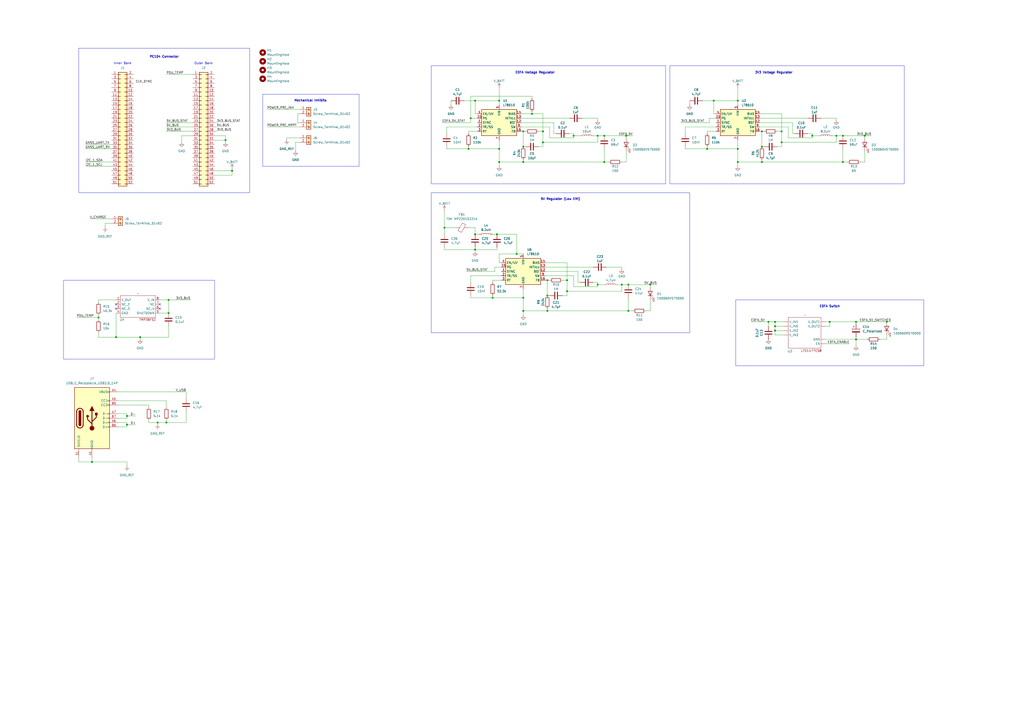
<source format=kicad_sch>
(kicad_sch (version 20231120) (generator "eeschema") (generator_version "8.0")
  (paper "A2")
  (junction (at 314.96 76.2))
  (junction (at 496.57 196.85))
  (junction (at 91.44 245.11))
  (junction (at 364.49 180.34))
  (junction (at 488.95 78.74))
  (junction (at 271.78 86.36))
  (junction (at 481.33 186.69))
  (junction (at 441.96 85.09))
  (junction (at 377.19 165.1))
  (junction (at 441.96 76.2))
  (junction (at 303.53 172.72))
  (junction (at 134.62 99.06))
  (junction (at 360.68 165.1))
  (junction (at 317.5 162.56))
  (junction (at 57.15 184.15))
  (junction (at 273.05 68.58))
  (junction (at 501.65 78.74))
  (junction (at 427.99 93.98))
  (junction (at 514.35 186.69))
  (junction (at 97.79 173.99))
  (junction (at 97.79 181.61))
  (junction (at 289.56 93.98))
  (junction (at 275.59 58.42))
  (junction (at 471.17 78.74))
  (junction (at 308.61 66.04))
  (junction (at 449.58 191.77))
  (junction (at 488.95 93.98))
  (junction (at 346.71 78.74))
  (junction (at 328.93 162.56))
  (junction (at 410.21 86.36))
  (junction (at 275.59 135.89))
  (junction (at 427.99 86.36))
  (junction (at 288.29 135.89))
  (junction (at 53.34 267.97))
  (junction (at 275.59 144.78))
  (junction (at 303.53 180.34))
  (junction (at 73.66 246.38))
  (junction (at 289.56 58.42))
  (junction (at 314.96 82.55))
  (junction (at 285.75 172.72))
  (junction (at 81.28 195.58))
  (junction (at 449.58 186.69))
  (junction (at 67.31 195.58))
  (junction (at 96.52 245.11))
  (junction (at 364.49 165.1))
  (junction (at 350.52 93.98))
  (junction (at 453.39 76.2))
  (junction (at 346.71 165.1))
  (junction (at 414.02 58.42))
  (junction (at 485.14 78.74))
  (junction (at 445.77 186.69))
  (junction (at 317.5 171.45))
  (junction (at 427.99 58.42))
  (junction (at 332.74 78.74))
  (junction (at 317.5 180.34))
  (junction (at 441.96 93.98))
  (junction (at 363.22 78.74))
  (junction (at 303.53 85.09))
  (junction (at 350.52 78.74))
  (junction (at 328.93 168.91))
  (junction (at 303.53 93.98))
  (junction (at 449.58 189.23))
  (junction (at 453.39 82.55))
  (junction (at 496.57 186.69))
  (junction (at 73.66 241.3))
  (junction (at 299.72 147.32))
  (junction (at 130.81 81.28))
  (junction (at 303.53 76.2))
  (junction (at 257.81 132.08))
  (junction (at 289.56 86.36))
  (no_connect (at 92.71 179.07))
  (no_connect (at 92.71 176.53))
  (no_connect (at 67.31 179.07))
  (no_connect (at 67.31 176.53))
  (wire (pts (xy 285.75 162.56) (xy 285.75 163.83)))
  (wire (pts (xy 312.42 85.09) (xy 314.96 85.09)))
  (wire (pts (xy 130.81 78.74) (xy 130.81 81.28)))
  (wire (pts (xy 257.81 132.08) (xy 257.81 135.89)))
  (wire (pts (xy 407.67 58.42) (xy 414.02 58.42)))
  (wire (pts (xy 73.66 241.3) (xy 73.66 242.57)))
  (wire (pts (xy 303.53 92.71) (xy 303.53 93.98)))
  (wire (pts (xy 364.49 180.34) (xy 364.49 172.72)))
  (wire (pts (xy 289.56 152.4) (xy 289.56 147.32)))
  (wire (pts (xy 299.72 147.32) (xy 299.72 135.89)))
  (wire (pts (xy 57.15 175.26) (xy 57.15 173.99)))
  (wire (pts (xy 302.26 73.66) (xy 318.77 73.66)))
  (wire (pts (xy 400.05 58.42) (xy 400.05 60.96)))
  (wire (pts (xy 344.17 78.74) (xy 346.71 78.74)))
  (wire (pts (xy 303.53 85.09) (xy 304.8 85.09)))
  (wire (pts (xy 173.99 80.01) (xy 166.37 80.01)))
  (wire (pts (xy 364.49 180.34) (xy 367.03 180.34)))
  (wire (pts (xy 414.02 58.42) (xy 427.99 58.42)))
  (wire (pts (xy 328.93 168.91) (xy 360.68 168.91)))
  (wire (pts (xy 449.58 186.69) (xy 449.58 189.23)))
  (wire (pts (xy 96.52 43.18) (xy 111.76 43.18)))
  (wire (pts (xy 346.71 82.55) (xy 346.71 78.74)))
  (wire (pts (xy 414.02 66.04) (xy 415.29 66.04)))
  (wire (pts (xy 481.33 189.23) (xy 481.33 186.69)))
  (wire (pts (xy 96.52 73.66) (xy 111.76 73.66)))
  (wire (pts (xy 449.58 191.77) (xy 449.58 194.31)))
  (wire (pts (xy 53.34 265.43) (xy 53.34 267.97)))
  (wire (pts (xy 449.58 186.69) (xy 454.66 186.69)))
  (wire (pts (xy 459.74 77.47) (xy 461.01 77.47)))
  (wire (pts (xy 314.96 66.04) (xy 314.96 76.2)))
  (wire (pts (xy 257.81 132.08) (xy 264.16 132.08)))
  (wire (pts (xy 273.05 68.58) (xy 276.86 68.58)))
  (wire (pts (xy 259.08 86.36) (xy 271.78 86.36)))
  (wire (pts (xy 86.36 245.11) (xy 91.44 245.11)))
  (wire (pts (xy 440.69 73.66) (xy 457.2 73.66)))
  (wire (pts (xy 377.19 165.1) (xy 381 165.1)))
  (wire (pts (xy 501.65 78.74) (xy 505.46 78.74)))
  (wire (pts (xy 273.05 160.02) (xy 273.05 163.83)))
  (wire (pts (xy 276.86 73.66) (xy 259.08 73.66)))
  (wire (pts (xy 350.52 78.74) (xy 363.22 78.74)))
  (wire (pts (xy 68.58 227.33) (xy 107.95 227.33)))
  (wire (pts (xy 453.39 85.09) (xy 453.39 82.55)))
  (wire (pts (xy 124.46 81.28) (xy 130.81 81.28)))
  (wire (pts (xy 257.81 144.78) (xy 275.59 144.78)))
  (wire (pts (xy 312.42 76.2) (xy 314.96 76.2)))
  (wire (pts (xy 289.56 86.36) (xy 289.56 93.98)))
  (wire (pts (xy 154.94 73.66) (xy 173.99 73.66)))
  (wire (pts (xy 73.66 246.38) (xy 78.74 246.38)))
  (wire (pts (xy 453.39 66.04) (xy 453.39 76.2)))
  (wire (pts (xy 60.96 129.54) (xy 60.96 132.08)))
  (wire (pts (xy 415.29 73.66) (xy 397.51 73.66)))
  (wire (pts (xy 171.45 82.55) (xy 171.45 87.63)))
  (wire (pts (xy 96.52 245.11) (xy 96.52 243.84)))
  (wire (pts (xy 441.96 93.98) (xy 488.95 93.98)))
  (wire (pts (xy 275.59 66.04) (xy 276.86 66.04)))
  (wire (pts (xy 316.23 154.94) (xy 344.17 154.94)))
  (wire (pts (xy 471.17 78.74) (xy 474.98 78.74)))
  (wire (pts (xy 57.15 195.58) (xy 67.31 195.58)))
  (wire (pts (xy 261.62 58.42) (xy 261.62 60.96)))
  (wire (pts (xy 501.65 78.74) (xy 501.65 80.01)))
  (wire (pts (xy 124.46 73.66) (xy 125.73 73.66)))
  (wire (pts (xy 289.56 96.52) (xy 289.56 93.98)))
  (wire (pts (xy 414.02 58.42) (xy 414.02 66.04)))
  (wire (pts (xy 496.57 195.58) (xy 496.57 196.85)))
  (wire (pts (xy 57.15 182.88) (xy 57.15 184.15)))
  (wire (pts (xy 275.59 144.78) (xy 288.29 144.78)))
  (wire (pts (xy 350.52 93.98) (xy 350.52 86.36)))
  (wire (pts (xy 415.29 76.2) (xy 410.21 76.2)))
  (wire (pts (xy 485.14 78.74) (xy 488.95 78.74)))
  (wire (pts (xy 346.71 68.58) (xy 346.71 69.85)))
  (wire (pts (xy 335.28 163.83) (xy 336.55 163.83)))
  (wire (pts (xy 271.78 85.09) (xy 271.78 86.36)))
  (wire (pts (xy 427.99 50.8) (xy 427.99 58.42)))
  (wire (pts (xy 289.56 81.28) (xy 289.56 86.36)))
  (wire (pts (xy 73.66 242.57) (xy 68.58 242.57)))
  (wire (pts (xy 287.02 157.48) (xy 287.02 154.94)))
  (wire (pts (xy 363.22 93.98) (xy 363.22 87.63)))
  (wire (pts (xy 68.58 240.03) (xy 73.66 240.03)))
  (wire (pts (xy 124.46 99.06) (xy 134.62 99.06)))
  (wire (pts (xy 49.53 86.36) (xy 64.77 86.36)))
  (wire (pts (xy 285.75 171.45) (xy 285.75 172.72)))
  (wire (pts (xy 317.5 162.56) (xy 318.77 162.56)))
  (wire (pts (xy 52.07 127) (xy 64.77 127)))
  (wire (pts (xy 45.72 265.43) (xy 45.72 267.97)))
  (wire (pts (xy 73.66 245.11) (xy 73.66 246.38)))
  (wire (pts (xy 97.79 173.99) (xy 110.49 173.99)))
  (wire (pts (xy 377.19 173.99) (xy 377.19 180.34)))
  (wire (pts (xy 49.53 93.98) (xy 64.77 93.98)))
  (wire (pts (xy 303.53 182.88) (xy 303.53 180.34)))
  (wire (pts (xy 67.31 181.61) (xy 67.31 195.58)))
  (wire (pts (xy 275.59 144.78) (xy 275.59 146.05)))
  (wire (pts (xy 454.66 194.31) (xy 449.58 194.31)))
  (wire (pts (xy 496.57 196.85) (xy 496.57 200.66)))
  (wire (pts (xy 358.14 165.1) (xy 360.68 165.1)))
  (wire (pts (xy 482.6 78.74) (xy 485.14 78.74)))
  (wire (pts (xy 397.51 86.36) (xy 410.21 86.36)))
  (wire (pts (xy 363.22 78.74) (xy 367.03 78.74)))
  (wire (pts (xy 496.57 186.69) (xy 514.35 186.69)))
  (wire (pts (xy 427.99 81.28) (xy 427.99 86.36)))
  (wire (pts (xy 67.31 195.58) (xy 81.28 195.58)))
  (wire (pts (xy 275.59 143.51) (xy 275.59 144.78)))
  (wire (pts (xy 288.29 135.89) (xy 299.72 135.89)))
  (wire (pts (xy 332.74 160.02) (xy 332.74 166.37)))
  (wire (pts (xy 441.96 76.2) (xy 443.23 76.2)))
  (wire (pts (xy 453.39 82.55) (xy 485.14 82.55)))
  (wire (pts (xy 273.05 55.88) (xy 273.05 68.58)))
  (wire (pts (xy 471.17 77.47) (xy 471.17 78.74)))
  (wire (pts (xy 317.5 179.07) (xy 317.5 180.34)))
  (wire (pts (xy 377.19 180.34) (xy 374.65 180.34)))
  (wire (pts (xy 172.72 66.04) (xy 173.99 66.04)))
  (wire (pts (xy 302.26 68.58) (xy 330.2 68.58)))
  (wire (pts (xy 257.81 121.92) (xy 257.81 132.08)))
  (wire (pts (xy 394.97 71.12) (xy 411.48 71.12)))
  (wire (pts (xy 410.21 85.09) (xy 410.21 86.36)))
  (wire (pts (xy 346.71 163.83) (xy 344.17 163.83)))
  (wire (pts (xy 454.66 191.77) (xy 449.58 191.77)))
  (wire (pts (xy 96.52 76.2) (xy 111.76 76.2)))
  (wire (pts (xy 173.99 71.12) (xy 172.72 71.12)))
  (wire (pts (xy 441.96 92.71) (xy 441.96 93.98)))
  (wire (pts (xy 440.69 68.58) (xy 468.63 68.58)))
  (wire (pts (xy 97.79 189.23) (xy 97.79 195.58)))
  (wire (pts (xy 275.59 132.08) (xy 275.59 135.89)))
  (wire (pts (xy 308.61 55.88) (xy 308.61 57.15)))
  (wire (pts (xy 332.74 78.74) (xy 336.55 78.74)))
  (wire (pts (xy 73.66 241.3) (xy 78.74 241.3)))
  (wire (pts (xy 154.94 63.5) (xy 173.99 63.5)))
  (wire (pts (xy 92.71 173.99) (xy 97.79 173.99)))
  (wire (pts (xy 285.75 172.72) (xy 303.53 172.72)))
  (wire (pts (xy 427.99 96.52) (xy 427.99 93.98)))
  (wire (pts (xy 328.93 162.56) (xy 328.93 168.91)))
  (wire (pts (xy 275.59 58.42) (xy 275.59 66.04)))
  (wire (pts (xy 478.79 186.69) (xy 481.33 186.69)))
  (wire (pts (xy 96.52 232.41) (xy 96.52 236.22)))
  (wire (pts (xy 411.48 68.58) (xy 415.29 68.58)))
  (wire (pts (xy 303.53 93.98) (xy 350.52 93.98)))
  (wire (pts (xy 450.85 76.2) (xy 453.39 76.2)))
  (wire (pts (xy 290.83 160.02) (xy 273.05 160.02)))
  (wire (pts (xy 308.61 64.77) (xy 308.61 66.04)))
  (wire (pts (xy 45.72 267.97) (xy 53.34 267.97)))
  (wire (pts (xy 302.26 66.04) (xy 308.61 66.04)))
  (wire (pts (xy 335.28 163.83) (xy 335.28 157.48)))
  (wire (pts (xy 86.36 243.84) (xy 86.36 245.11)))
  (wire (pts (xy 459.74 71.12) (xy 440.69 71.12)))
  (wire (pts (xy 303.53 76.2) (xy 303.53 85.09)))
  (wire (pts (xy 68.58 245.11) (xy 73.66 245.11)))
  (wire (pts (xy 68.58 232.41) (xy 96.52 232.41)))
  (wire (pts (xy 73.66 247.65) (xy 68.58 247.65)))
  (wire (pts (xy 496.57 196.85) (xy 502.92 196.85)))
  (wire (pts (xy 314.96 85.09) (xy 314.96 82.55)))
  (wire (pts (xy 321.31 77.47) (xy 322.58 77.47)))
  (wire (pts (xy 459.74 77.47) (xy 459.74 71.12)))
  (wire (pts (xy 92.71 181.61) (xy 97.79 181.61)))
  (wire (pts (xy 57.15 184.15) (xy 57.15 185.42)))
  (wire (pts (xy 273.05 172.72) (xy 285.75 172.72)))
  (wire (pts (xy 440.69 76.2) (xy 441.96 76.2)))
  (wire (pts (xy 488.95 93.98) (xy 488.95 86.36)))
  (wire (pts (xy 96.52 71.12) (xy 111.76 71.12)))
  (wire (pts (xy 303.53 172.72) (xy 303.53 180.34)))
  (wire (pts (xy 471.17 78.74) (xy 471.17 80.01)))
  (wire (pts (xy 488.95 78.74) (xy 501.65 78.74)))
  (wire (pts (xy 308.61 55.88) (xy 273.05 55.88)))
  (wire (pts (xy 275.59 135.89) (xy 278.13 135.89)))
  (wire (pts (xy 273.05 171.45) (xy 273.05 172.72)))
  (wire (pts (xy 427.99 58.42) (xy 427.99 60.96)))
  (wire (pts (xy 299.72 147.32) (xy 303.53 147.32)))
  (wire (pts (xy 289.56 152.4) (xy 290.83 152.4)))
  (wire (pts (xy 457.2 80.01) (xy 471.17 80.01)))
  (wire (pts (xy 275.59 58.42) (xy 289.56 58.42)))
  (wire (pts (xy 441.96 85.09) (xy 443.23 85.09)))
  (wire (pts (xy 337.82 68.58) (xy 346.71 68.58)))
  (wire (pts (xy 57.15 173.99) (xy 67.31 173.99)))
  (wire (pts (xy 478.79 199.39) (xy 492.76 199.39)))
  (wire (pts (xy 449.58 189.23) (xy 449.58 191.77)))
  (wire (pts (xy 316.23 152.4) (xy 328.93 152.4)))
  (wire (pts (xy 81.28 195.58) (xy 81.28 196.85)))
  (wire (pts (xy 496.57 186.69) (xy 496.57 187.96)))
  (wire (pts (xy 130.81 81.28) (xy 130.81 82.55)))
  (wire (pts (xy 316.23 160.02) (xy 332.74 160.02)))
  (wire (pts (xy 397.51 85.09) (xy 397.51 86.36)))
  (wire (pts (xy 316.23 162.56) (xy 317.5 162.56)))
  (wire (pts (xy 445.77 189.23) (xy 445.77 186.69)))
  (wire (pts (xy 81.28 195.58) (xy 97.79 195.58)))
  (wire (pts (xy 314.96 82.55) (xy 346.71 82.55)))
  (wire (pts (xy 510.54 196.85) (xy 514.35 196.85)))
  (wire (pts (xy 317.5 180.34) (xy 364.49 180.34)))
  (wire (pts (xy 514.35 196.85) (xy 514.35 194.31)))
  (wire (pts (xy 346.71 165.1) (xy 350.52 165.1)))
  (wire (pts (xy 363.22 78.74) (xy 363.22 80.01)))
  (wire (pts (xy 514.35 186.69) (xy 516.89 186.69)))
  (wire (pts (xy 499.11 93.98) (xy 501.65 93.98)))
  (wire (pts (xy 411.48 71.12) (xy 411.48 68.58)))
  (wire (pts (xy 445.77 186.69) (xy 449.58 186.69)))
  (wire (pts (xy 288.29 144.78) (xy 288.29 143.51)))
  (wire (pts (xy 346.71 165.1) (xy 346.71 166.37)))
  (wire (pts (xy 332.74 166.37) (xy 346.71 166.37)))
  (wire (pts (xy 97.79 173.99) (xy 97.79 181.61)))
  (wire (pts (xy 64.77 129.54) (xy 60.96 129.54)))
  (wire (pts (xy 308.61 66.04) (xy 314.96 66.04)))
  (wire (pts (xy 303.53 76.2) (xy 304.8 76.2)))
  (wire (pts (xy 471.17 77.47) (xy 468.63 77.47)))
  (wire (pts (xy 450.85 85.09) (xy 453.39 85.09)))
  (wire (pts (xy 273.05 71.12) (xy 273.05 68.58)))
  (wire (pts (xy 481.33 186.69) (xy 496.57 186.69)))
  (wire (pts (xy 360.68 165.1) (xy 364.49 165.1)))
  (wire (pts (xy 271.78 76.2) (xy 271.78 77.47)))
  (wire (pts (xy 303.53 167.64) (xy 303.53 172.72)))
  (wire (pts (xy 134.62 101.6) (xy 134.62 99.06)))
  (wire (pts (xy 427.99 93.98) (xy 441.96 93.98)))
  (wire (pts (xy 501.65 93.98) (xy 501.65 87.63)))
  (wire (pts (xy 332.74 77.47) (xy 330.2 77.47)))
  (wire (pts (xy 124.46 71.12) (xy 125.73 71.12)))
  (wire (pts (xy 397.51 73.66) (xy 397.51 77.47)))
  (wire (pts (xy 485.14 82.55) (xy 485.14 78.74)))
  (wire (pts (xy 53.34 267.97) (xy 73.66 267.97)))
  (wire (pts (xy 302.26 76.2) (xy 303.53 76.2)))
  (wire (pts (xy 360.68 154.94) (xy 360.68 156.21)))
  (wire (pts (xy 259.08 85.09) (xy 259.08 86.36)))
  (wire (pts (xy 172.72 71.12) (xy 172.72 66.04)))
  (wire (pts (xy 485.14 68.58) (xy 485.14 69.85)))
  (wire (pts (xy 107.95 245.11) (xy 107.95 238.76)))
  (wire (pts (xy 73.66 240.03) (xy 73.66 241.3)))
  (wire (pts (xy 285.75 135.89) (xy 288.29 135.89)))
  (wire (pts (xy 332.74 78.74) (xy 332.74 80.01)))
  (wire (pts (xy 453.39 76.2) (xy 453.39 82.55)))
  (wire (pts (xy 134.62 99.06) (xy 134.62 97.79)))
  (wire (pts (xy 314.96 76.2) (xy 314.96 82.55)))
  (wire (pts (xy 346.71 78.74) (xy 350.52 78.74)))
  (wire (pts (xy 91.44 245.11) (xy 91.44 246.38)))
  (wire (pts (xy 351.79 154.94) (xy 360.68 154.94)))
  (wire (pts (xy 478.79 196.85) (xy 496.57 196.85)))
  (wire (pts (xy 326.39 162.56) (xy 328.93 162.56)))
  (wire (pts (xy 289.56 50.8) (xy 289.56 58.42)))
  (wire (pts (xy 86.36 234.95) (xy 86.36 236.22)))
  (wire (pts (xy 49.53 96.52) (xy 64.77 96.52)))
  (wire (pts (xy 270.51 157.48) (xy 287.02 157.48)))
  (wire (pts (xy 350.52 93.98) (xy 353.06 93.98)))
  (wire (pts (xy 173.99 82.55) (xy 171.45 82.55)))
  (wire (pts (xy 321.31 77.47) (xy 321.31 71.12)))
  (wire (pts (xy 427.99 86.36) (xy 427.99 93.98)))
  (wire (pts (xy 410.21 76.2) (xy 410.21 77.47)))
  (wire (pts (xy 476.25 68.58) (xy 485.14 68.58)))
  (wire (pts (xy 318.77 80.01) (xy 332.74 80.01)))
  (wire (pts (xy 271.78 86.36) (xy 289.56 86.36)))
  (wire (pts (xy 68.58 234.95) (xy 86.36 234.95)))
  (wire (pts (xy 124.46 78.74) (xy 130.81 78.74)))
  (wire (pts (xy 276.86 76.2) (xy 271.78 76.2)))
  (wire (pts (xy 96.52 245.11) (xy 107.95 245.11)))
  (wire (pts (xy 328.93 152.4) (xy 328.93 162.56)))
  (wire (pts (xy 326.39 171.45) (xy 328.93 171.45)))
  (wire (pts (xy 166.37 80.01) (xy 166.37 81.28)))
  (wire (pts (xy 318.77 73.66) (xy 318.77 80.01)))
  (wire (pts (xy 105.41 78.74) (xy 105.41 82.55)))
  (wire (pts (xy 73.66 246.38) (xy 73.66 247.65)))
  (wire (pts (xy 290.83 162.56) (xy 285.75 162.56)))
  (wire (pts (xy 321.31 71.12) (xy 302.26 71.12)))
  (wire (pts (xy 91.44 245.11) (xy 96.52 245.11)))
  (wire (pts (xy 259.08 73.66) (xy 259.08 77.47)))
  (wire (pts (xy 73.66 267.97) (xy 73.66 270.51)))
  (wire (pts (xy 303.53 180.34) (xy 317.5 180.34)))
  (wire (pts (xy 269.24 58.42) (xy 275.59 58.42)))
  (wire (pts (xy 410.21 86.36) (xy 427.99 86.36)))
  (wire (pts (xy 287.02 154.94) (xy 290.83 154.94)))
  (wire (pts (xy 124.46 76.2) (xy 125.73 76.2)))
  (wire (pts (xy 317.5 162.56) (xy 317.5 171.45)))
  (wire (pts (xy 435.61 186.69) (xy 445.77 186.69)))
  (wire (pts (xy 440.69 66.04) (xy 453.39 66.04)))
  (wire (pts (xy 44.45 184.15) (xy 57.15 184.15)))
  (wire (pts (xy 360.68 168.91) (xy 360.68 165.1)))
  (wire (pts (xy 57.15 193.04) (xy 57.15 195.58)))
  (wire (pts (xy 107.95 227.33) (xy 107.95 231.14)))
  (wire (pts (xy 289.56 147.32) (xy 299.72 147.32)))
  (wire (pts (xy 257.81 143.51) (xy 257.81 144.78)))
  (wire (pts (xy 457.2 73.66) (xy 457.2 80.01)))
  (wire (pts (xy 360.68 93.98) (xy 363.22 93.98)))
  (wire (pts (xy 289.56 93.98) (xy 303.53 93.98)))
  (wire (pts (xy 111.76 78.74) (xy 105.41 78.74)))
  (wire (pts (xy 488.95 93.98) (xy 491.49 93.98)))
  (wire (pts (xy 49.53 83.82) (xy 64.77 83.82)))
  (wire (pts (xy 317.5 171.45) (xy 318.77 171.45)))
  (wire (pts (xy 335.28 157.48) (xy 316.23 157.48)))
  (wire (pts (xy 328.93 171.45) (xy 328.93 168.91)))
  (wire (pts (xy 346.71 163.83) (xy 346.71 165.1)))
  (wire (pts (xy 364.49 165.1) (xy 377.19 165.1)))
  (wire (pts (xy 332.74 77.47) (xy 332.74 78.74)))
  (wire (pts (xy 271.78 132.08) (xy 275.59 132.08)))
  (wire (pts (xy 454.66 189.23) (xy 449.58 189.23)))
  (wire (pts (xy 478.79 189.23) (xy 481.33 189.23)))
  (wire (pts (xy 289.56 58.42) (xy 289.56 60.96)))
  (wire (pts (xy 377.19 165.1) (xy 377.19 166.37)))
  (wire (pts (xy 124.46 101.6) (xy 134.62 101.6)))
  (wire (pts (xy 441.96 76.2) (xy 441.96 85.09)))
  (wire (pts (xy 256.54 71.12) (xy 273.05 71.12)))
  (rectangle (start 250.19 111.76) (end 400.05 193.04))
  (rectangle (start 152.4 54.61) (end 208.28 96.52))
  (rectangle (start 45.72 27.94) (end 144.78 111.76))
  (rectangle (start 426.72 173.99) (end 535.94 212.09))
  (rectangle (start 388.62 38.1) (end 524.51 106.68))
  (rectangle (start 250.19 38.1) (end 386.08 106.68))
  (rectangle (start 36.83 162.56) (end 124.46 208.28))
  (text "PC104 Connector" (at 95.25 33.02 0) (effects (font (size 1.27 1.27) (thickness 0.254) (bold yes))))
  (text "5V Regulator (Low EMI)" (at 325.12 115.57 0) (effects (font (size 1.27 1.27) (thickness 0.254) (bold yes))))
  (text "3V3 Voltage Regulator" (at 448.818 42.164 0) (effects (font (size 1.27 1.27) (thickness 0.254) (bold yes))))
  (text "Outer Bank" (at 118.11 36.83 0) (effects (font (size 1.27 1.27))))
  (text "Inner Bank" (at 71.12 36.83 0) (effects (font (size 1.27 1.27))))
  (text "EDFA Switch" (at 481.33 177.8 0) (effects (font (size 1.27 1.27) (thickness 0.254) (bold yes))))
  (text "Mechanical Inhibits" (at 180.086 58.42 0) (effects (font (size 1.27 1.27) (thickness 0.254) (bold yes))))
  (text "EDFA Voltage Regulator" (at 310.388 42.164 0) (effects (font (size 1.27 1.27) (thickness 0.254) (bold yes))))
  (label "3V3_BUS" (at 505.46 78.74 180))
  (label "D+" (at 78.74 246.38 180))
  (label "3V3_BUS" (at 110.49 173.99 180))
  (label "I2C_1_SDA" (at 49.53 93.98 0))
  (label "EDFA_5V" (at 367.03 78.74 180))
  (label "CLK_SYNC" (at 78.74 48.26 0))
  (label "3V3_BUS_STAT" (at 125.73 71.12 0))
  (label "D-" (at 78.74 241.3 180))
  (label "POWER_PRE_MPPT" (at 154.94 73.66 0))
  (label "5V_BUS" (at 125.73 73.66 0))
  (label "POWER_PRE_INH" (at 154.94 63.5 0))
  (label "3V3_BUS_STAT" (at 394.97 71.12 0))
  (label "I2C_1_SCL" (at 49.53 96.52 0))
  (label "V_USB" (at 107.95 227.33 180))
  (label "EDFA_5V_STAT" (at 256.54 71.12 0))
  (label "GNSS_UART_TX" (at 49.53 83.82 0))
  (label "PDU_TEMP" (at 96.52 43.18 0))
  (label "EDFA_5V_SWITCHED" (at 516.89 186.69 180))
  (label "3V3_BUS" (at 96.52 76.2 0))
  (label "5V_BUS_STAT" (at 96.52 71.12 0))
  (label "GNSS_UART_RX" (at 49.53 86.36 0))
  (label "PDU_TEMP" (at 44.45 184.15 0))
  (label "EDFA_5V" (at 435.61 186.69 0))
  (label "EDFA_ENABLE" (at 492.76 199.39 180))
  (label "5V_BUS_STAT" (at 270.51 157.48 0))
  (label "3V3_BUS" (at 125.73 76.2 0))
  (label "5V_BUS" (at 381 165.1 180))
  (label "5V_BUS" (at 96.52 73.66 0))
  (label "V_CHARGE" (at 52.07 127 0))
  (symbol (lib_id "Device:R") (at 308.61 76.2 90) (unit 1)
    (property "Reference" "R3" (at 308.61 78.74 90))
    (property "Value" "1M" (at 308.61 81.28 90))
    (property "Footprint" "Resistor_SMD:R_0805_2012Metric" (effects (hide yes)))
    (property "Description" "Resistor" (effects (hide yes)))
  )
  (symbol (lib_id "power:+12C") (at 257.81 121.92 0) (unit 1)
    (property "Reference" "#PWR023" (effects (hide yes)))
    (property "Value" "V_BATT" (at 257.81 118.11 0))
    (property "Description" "Power symbol creates a global label with name \"+12C\"" (effects (hide yes)))
  )
  (symbol (lib_id "Device:C") (at 334.01 68.58 90) (unit 1)
    (property "Reference" "C6" (at 334.01 62.484 90))
    (property "Value" "1uF" (at 334.01 65.024 90))
    (property "Footprint" "Capacitor_SMD:C_0805_2012Metric" (effects (hide yes)))
    (property "Description" "Unpolarized capacitor" (effects (hide yes)))
  )
  (symbol (lib_id "pdu:TMP36FSZ") (at 80.01 177.8 0) (unit 1)
    (property "Reference" "U4" (at 70.866 185.42 0))
    (property "Value" "~" (at 80.01 170.18 0))
    (property "Footprint" "Package_SO:SOIC-8-1EP_3.9x4.9mm_P1.27mm_EP2.41x3.3mm" (effects (hide yes)))
  )
  (symbol (lib_id "Mechanical:MountingHole") (at 152.4 40.64 0) (unit 1) (exclude_from_sim yes) (in_bom no)
    (property "Reference" "H3" (at 154.94 39.3699 0) (effects (justify left)))
    (property "Value" "MountingHole" (at 154.94 41.9099 0) (effects (justify left)))
    (property "Footprint" "MountingHole:MountingHole_3.2mm_M3_Pad" (effects (hide yes)))
    (property "Description" "Mounting Hole without connection" (effects (hide yes)))
  )
  (symbol (lib_id "Device:LED") (at 377.19 170.18 90) (unit 1)
    (property "Reference" "D1" (at 381 170.4974 90) (effects (justify right)))
    (property "Value" "150060VS75000" (at 381 173.0374 90) (effects (justify right)))
    (property "Footprint" "LED_SMD:LED_0603_1608Metric" (effects (hide yes)))
    (property "Description" "Light emitting diode" (effects (hide yes)))
  )
  (symbol (lib_id "Device:R") (at 57.15 189.23 0) (unit 1)
    (property "Reference" "R16" (at 59.69 187.9599 0) (effects (justify left)))
    (property "Value" "10k" (at 59.69 190.4999 0) (effects (justify left)))
    (property "Footprint" "Resistor_SMD:R_0805_2012Metric" (effects (hide yes)))
    (property "Description" "Resistor" (effects (hide yes)))
  )
  (symbol (lib_id "Device:R") (at 495.3 93.98 90) (unit 1)
    (property "Reference" "R13" (at 495.3 96.52 90))
    (property "Value" "65" (at 495.3 99.06 90))
    (property "Footprint" "Resistor_SMD:R_0805_2012Metric" (effects (hide yes)))
    (property "Description" "Resistor" (effects (hide yes)))
  )
  (symbol (lib_id "power:Earth") (at 91.44 246.38 0) (unit 1)
    (property "Reference" "#PWR019" (effects (hide yes)))
    (property "Value" "GND_REF" (at 91.44 251.46 0))
    (property "Description" "Power symbol creates a global label with name \"Earth\"" (effects (hide yes)))
  )
  (symbol (lib_id "Connector:Screw_Terminal_01x02") (at 179.07 63.5 0) (unit 1)
    (property "Reference" "J3" (at 181.61 63.4999 0) (effects (justify left)))
    (property "Value" "Screw_Terminal_01x02" (at 181.61 66.0399 0) (effects (justify left)))
    (property "Footprint" "TerminalBlock:TerminalBlock_Xinya_XY308-2.54-2P_1x02_P2.54mm_Horizontal" (effects (hide yes)))
    (property "Description" "Generic screw terminal, single row, 01x02, script generated (kicad-library-utils/schlib/autogen/connector/)" (effects (hide yes)))
  )
  (symbol (lib_id "pdu:LTC1478") (at 462.28 191.77 0) (unit 1)
    (property "Reference" "U3" (at 458.216 203.708 0))
    (property "Value" "~" (at 466.9348 182.88 0))
  )
  (symbol (lib_id "power:GND") (at 445.77 196.85 0) (unit 1)
    (property "Reference" "#PWR016" (effects (hide yes)))
    (property "Value" "GND" (at 445.77 201.93 0))
    (property "Description" "Power symbol creates a global label with name \"GND\" , ground" (effects (hide yes)))
  )
  (symbol (lib_id "Connector:Screw_Terminal_01x02") (at 179.07 71.12 0) (unit 1)
    (property "Reference" "J4" (at 181.61 71.1199 0) (effects (justify left)))
    (property "Value" "Screw_Terminal_01x02" (at 181.61 73.6599 0) (effects (justify left)))
    (property "Footprint" "TerminalBlock:TerminalBlock_Xinya_XY308-2.54-2P_1x02_P2.54mm_Horizontal" (effects (hide yes)))
    (property "Description" "Generic screw terminal, single row, 01x02, script generated (kicad-library-utils/schlib/autogen/connector/)" (effects (hide yes)))
  )
  (symbol (lib_id "Device:C_Polarized") (at 496.57 191.77 0) (unit 1)
    (property "Reference" "C14" (at 500.38 189.6109 0) (effects (justify left)))
    (property "Value" "C_Polarized" (at 500.38 192.1509 0) (effects (justify left)))
    (property "Description" "Polarized capacitor" (effects (hide yes)))
  )
  (symbol (lib_id "Device:C") (at 403.86 58.42 90) (unit 1)
    (property "Reference" "C8" (at 403.86 52.07 90))
    (property "Value" "4.7uF" (at 403.86 54.61 90))
    (property "Footprint" "Capacitor_SMD:C_0805_2012Metric" (effects (hide yes)))
    (property "Description" "Unpolarized capacitor" (effects (hide yes)))
  )
  (symbol (lib_id "power:+12C") (at 289.56 50.8 0) (unit 1)
    (property "Reference" "#PWR08" (effects (hide yes)))
    (property "Value" "V_BATT" (at 289.56 46.99 0))
    (property "Description" "Power symbol creates a global label with name \"+12C\"" (effects (hide yes)))
  )
  (symbol (lib_id "Device:C") (at 397.51 81.28 180) (unit 1)
    (property "Reference" "C7" (at 401.32 80.0099 0) (effects (justify right)))
    (property "Value" "10nF" (at 401.32 82.5499 0) (effects (justify right)))
    (property "Footprint" "Capacitor_SMD:C_0805_2012Metric" (effects (hide yes)))
    (property "Description" "Unpolarized capacitor" (effects (hide yes)))
  )
  (symbol (lib_id "Device:LED") (at 514.35 190.5 90) (unit 1)
    (property "Reference" "D4" (at 518.16 190.8174 90) (effects (justify right)))
    (property "Value" "150060RS75000" (at 518.16 193.3574 90) (effects (justify right)))
    (property "Footprint" "LED_SMD:LED_0603_1608Metric" (effects (hide yes)))
    (property "Description" "Light emitting diode" (effects (hide yes)))
  )
  (symbol (lib_id "power:GND") (at 105.41 82.55 0) (unit 1)
    (property "Reference" "#PWR02" (effects (hide yes)))
    (property "Value" "GND" (at 105.41 87.63 0))
    (property "Description" "Power symbol creates a global label with name \"GND\" , ground" (effects (hide yes)))
  )
  (symbol (lib_id "Device:R") (at 506.73 196.85 90) (unit 1)
    (property "Reference" "R14" (at 506.73 199.39 90))
    (property "Value" "150" (at 506.73 201.93 90))
    (property "Footprint" "Resistor_SMD:R_0805_2012Metric" (effects (hide yes)))
    (property "Description" "Resistor" (effects (hide yes)))
  )
  (symbol (lib_id "Device:R") (at 96.52 240.03 0) (unit 1)
    (property "Reference" "R18" (at 99.06 238.7599 0) (effects (justify left)))
    (property "Value" "5.1k" (at 99.06 241.2999 0) (effects (justify left)))
    (property "Footprint" "Resistor_SMD:R_0805_2012Metric" (effects (hide yes)))
    (property "Description" "Resistor" (effects (hide yes)))
  )
  (symbol (lib_id "power:GND") (at 485.14 69.85 0) (unit 1)
    (property "Reference" "#PWR015" (effects (hide yes)))
    (property "Value" "GND" (at 485.14 73.914 0))
    (property "Description" "Power symbol creates a global label with name \"GND\" , ground" (effects (hide yes)))
  )
  (symbol (lib_id "power:GND") (at 303.53 182.88 0) (unit 1)
    (property "Reference" "#PWR024" (effects (hide yes)))
    (property "Value" "GND" (at 303.53 187.96 0))
    (property "Description" "Power symbol creates a global label with name \"GND\" , ground" (effects (hide yes)))
  )
  (symbol (lib_id "Device:R") (at 308.61 60.96 180) (unit 1)
    (property "Reference" "R1" (at 303.53 60.96 90))
    (property "Value" "100k" (at 306.07 60.96 90))
    (property "Footprint" "Resistor_SMD:R_0805_2012Metric" (effects (hide yes)))
    (property "Description" "Resistor" (effects (hide yes)))
  )
  (symbol (lib_id "Regulator_Switching:LT8610") (at 303.53 157.48 0) (unit 1)
    (property "Reference" "U6" (at 305.7241 144.78 0) (effects (justify left)))
    (property "Value" "LT8610" (at 305.7241 147.32 0) (effects (justify left)))
    (property "Footprint" "Package_SO:MSOP-16-1EP_3x4.039mm_P0.5mm_EP1.651x2.845mm_ThermalVias" (effects (hide yes)))
    (property "Datasheet" "https://www.analog.com/media/en/technical-documentation/data-sheets/lt8610.pdf" (effects (hide yes)))
    (property "Description" "42V, 2.5A Synchronous Step-Down Regulator with 2.5uA Quiescent Current, MSOP-16" (effects (hide yes)))
  )
  (symbol (lib_id "Device:R") (at 447.04 76.2 90) (unit 1)
    (property "Reference" "R8" (at 447.04 78.74 90))
    (property "Value" "1M" (at 447.04 81.28 90))
    (property "Footprint" "Resistor_SMD:R_0805_2012Metric" (effects (hide yes)))
    (property "Description" "Resistor" (effects (hide yes)))
  )
  (symbol (lib_id "Device:R") (at 441.96 88.9 180) (unit 1)
    (property "Reference" "R6" (at 436.88 88.9 90))
    (property "Value" "412k" (at 439.42 88.9 90))
    (property "Footprint" "Resistor_SMD:R_0805_2012Metric" (effects (hide yes)))
    (property "Description" "Resistor" (effects (hide yes)))
  )
  (symbol (lib_id "power:Earth") (at 60.96 132.08 0) (unit 1)
    (property "Reference" "#PWR03" (effects (hide yes)))
    (property "Value" "GND_REF" (at 60.96 137.16 0))
    (property "Description" "Power symbol creates a global label with name \"Earth\"" (effects (hide yes)))
  )
  (symbol (lib_id "Device:C") (at 107.95 234.95 180) (unit 1)
    (property "Reference" "C16" (at 111.76 233.6799 0) (effects (justify right)))
    (property "Value" "4.7uF" (at 111.76 236.2199 0) (effects (justify right)))
    (property "Footprint" "Capacitor_SMD:C_0805_2012Metric" (effects (hide yes)))
    (property "Description" "Unpolarized capacitor" (effects (hide yes)))
  )
  (symbol (lib_id "Device:C") (at 472.44 68.58 90) (unit 1)
    (property "Reference" "C11" (at 472.44 62.484 90))
    (property "Value" "1uF" (at 472.44 65.024 90))
    (property "Footprint" "Capacitor_SMD:C_0805_2012Metric" (effects (hide yes)))
    (property "Description" "Unpolarized capacitor" (effects (hide yes)))
  )
  (symbol (lib_id "power:+12C") (at 427.99 50.8 0) (unit 1)
    (property "Reference" "#PWR013" (effects (hide yes)))
    (property "Value" "V_BATT" (at 427.99 46.99 0))
    (property "Description" "Power symbol creates a global label with name \"+12C\"" (effects (hide yes)))
  )
  (symbol (lib_id "Device:C") (at 364.49 168.91 180) (unit 1)
    (property "Reference" "C24" (at 368.3 167.6399 0) (effects (justify right)))
    (property "Value" "47uF" (at 368.3 170.1799 0) (effects (justify right)))
    (property "Footprint" "Capacitor_SMD:C_0805_2012Metric" (effects (hide yes)))
    (property "Description" "Unpolarized capacitor" (effects (hide yes)))
  )
  (symbol (lib_id "Connector_Generic:Conn_02x26_Odd_Even") (at 116.84 73.66 0) (unit 1)
    (property "Reference" "J2" (at 118.11 39.37 0))
    (property "Value" "Conn_02x26_Odd_Even" (effects (hide yes)))
    (property "Footprint" "Connector_PinHeader_2.54mm:PinHeader_2x26_P2.54mm_Vertical" (effects (hide yes)))
    (property "Description" "Generic connector, double row, 02x26, odd/even pin numbering scheme (row 1 odd numbers, row 2 even numbers), script generated (kicad-library-utils/schlib/autogen/connector/)" (effects (hide yes)))
  )
  (symbol (lib_id "Device:C") (at 347.98 154.94 90) (unit 1)
    (property "Reference" "C23" (at 347.98 148.844 90))
    (property "Value" "1uF" (at 347.98 151.384 90))
    (property "Footprint" "Capacitor_SMD:C_0805_2012Metric" (effects (hide yes)))
    (property "Description" "Unpolarized capacitor" (effects (hide yes)))
  )
  (symbol (lib_id "Device:R") (at 303.53 88.9 180) (unit 1)
    (property "Reference" "R4" (at 298.45 88.9 90))
    (property "Value" "243k" (at 300.99 88.9 90))
    (property "Footprint" "Resistor_SMD:R_0805_2012Metric" (effects (hide yes)))
    (property "Description" "Resistor" (effects (hide yes)))
  )
  (symbol (lib_id "Connector:USB_C_Receptacle_USB2.0_14P") (at 53.34 242.57 0) (unit 1)
    (property "Reference" "J7" (at 53.34 219.71 0))
    (property "Value" "USB_C_Receptacle_USB2.0_14P" (at 53.34 222.25 0))
    (property "Footprint" "Connector_USB:USB_C_Receptacle_GCT_USB4105-xx-A_16P_TopMnt_Horizontal" (effects (hide yes)))
    (property "Datasheet" "https://www.usb.org/sites/default/files/documents/usb_type-c.zip" (effects (hide yes)))
    (property "Description" "USB 2.0-only 14P Type-C Receptacle connector" (effects (hide yes)))
  )
  (symbol (lib_id "Connector:Screw_Terminal_01x02") (at 179.07 80.01 0) (unit 1)
    (property "Reference" "J6" (at 181.61 80.0099 0) (effects (justify left)))
    (property "Value" "Screw_Terminal_01x02" (at 181.61 82.5499 0) (effects (justify left)))
    (property "Footprint" "TerminalBlock:TerminalBlock_Xinya_XY308-2.54-2P_1x02_P2.54mm_Horizontal" (effects (hide yes)))
    (property "Description" "Generic screw terminal, single row, 01x02, script generated (kicad-library-utils/schlib/autogen/connector/)" (effects (hide yes)))
  )
  (symbol (lib_id "Device:R") (at 322.58 162.56 90) (unit 1)
    (property "Reference" "R10" (at 322.58 165.1 90))
    (property "Value" "1M" (at 322.58 167.64 90))
    (property "Footprint" "Resistor_SMD:R_0805_2012Metric" (effects (hide yes)))
    (property "Description" "Resistor" (effects (hide yes)))
  )
  (symbol (lib_id "Device:C") (at 273.05 167.64 180) (unit 1)
    (property "Reference" "C19" (at 276.86 166.3699 0) (effects (justify right)))
    (property "Value" "10nF" (at 276.86 168.9099 0) (effects (justify right)))
    (property "Footprint" "Capacitor_SMD:C_0805_2012Metric" (effects (hide yes)))
    (property "Description" "Unpolarized capacitor" (effects (hide yes)))
  )
  (symbol (lib_id "power:GND") (at 130.81 82.55 0) (unit 1)
    (property "Reference" "#PWR01" (effects (hide yes)))
    (property "Value" "GND" (at 130.81 87.63 0))
    (property "Description" "Power symbol creates a global label with name \"GND\" , ground" (effects (hide yes)))
  )
  (symbol (lib_id "Device:R") (at 317.5 175.26 180) (unit 1)
    (property "Reference" "R9" (at 312.42 175.26 90))
    (property "Value" "243k" (at 314.96 175.26 90))
    (property "Footprint" "Resistor_SMD:R_0805_2012Metric" (effects (hide yes)))
    (property "Description" "Resistor" (effects (hide yes)))
  )
  (symbol (lib_id "Mechanical:MountingHole") (at 152.4 45.72 0) (unit 1) (exclude_from_sim yes) (in_bom no)
    (property "Reference" "H4" (at 154.94 44.4499 0) (effects (justify left)))
    (property "Value" "MountingHole" (at 154.94 46.9899 0) (effects (justify left)))
    (property "Footprint" "MountingHole:MountingHole_3.2mm_M3_Pad" (effects (hide yes)))
    (property "Description" "Mounting Hole without connection" (effects (hide yes)))
  )
  (symbol (lib_id "power:Earth") (at 73.66 270.51 0) (unit 1)
    (property "Reference" "#PWR018" (effects (hide yes)))
    (property "Value" "GND_REF" (at 73.66 275.59 0))
    (property "Description" "Power symbol creates a global label with name \"Earth\"" (effects (hide yes)))
  )
  (symbol (lib_id "Device:R") (at 356.87 93.98 90) (unit 1)
    (property "Reference" "R12" (at 356.87 96.52 90))
    (property "Value" "150" (at 356.87 99.06 90))
    (property "Footprint" "Resistor_SMD:R_0805_2012Metric" (effects (hide yes)))
    (property "Description" "Resistor" (effects (hide yes)))
  )
  (symbol (lib_id "Device:C") (at 340.36 163.83 90) (unit 1)
    (property "Reference" "C22" (at 340.36 157.734 90))
    (property "Value" "0.1uF" (at 340.36 160.274 90))
    (property "Footprint" "Capacitor_SMD:C_0805_2012Metric" (effects (hide yes)))
    (property "Description" "Unpolarized capacitor" (effects (hide yes)))
  )
  (symbol (lib_id "power:GND") (at 427.99 96.52 0) (unit 1)
    (property "Reference" "#PWR014" (effects (hide yes)))
    (property "Value" "GND" (at 427.99 101.6 0))
    (property "Description" "Power symbol creates a global label with name \"GND\" , ground" (effects (hide yes)))
  )
  (symbol (lib_id "Device:L") (at 478.79 78.74 90) (unit 1)
    (property "Reference" "L2" (at 478.79 73.66 90))
    (property "Value" "8.2uH" (at 478.79 76.2 90))
    (property "Footprint" "Inductor_SMD:L_Coilcraft_XxL4040" (effects (hide yes)))
    (property "Description" "Inductor" (effects (hide yes)))
  )
  (symbol (lib_id "Device:LED") (at 363.22 83.82 90) (unit 1)
    (property "Reference" "D2" (at 367.03 84.1374 90) (effects (justify right)))
    (property "Value" "150060VS75000" (at 367.03 86.6774 90) (effects (justify right)))
    (property "Footprint" "LED_SMD:LED_0603_1608Metric" (effects (hide yes)))
    (property "Description" "Light emitting diode" (effects (hide yes)))
  )
  (symbol (lib_id "Device:C") (at 308.61 85.09 90) (unit 1)
    (property "Reference" "C5" (at 308.61 89.154 90))
    (property "Value" "10pF" (at 308.61 91.694 90))
    (property "Footprint" "Capacitor_SMD:C_0805_2012Metric" (effects (hide yes)))
    (property "Description" "Unpolarized capacitor" (effects (hide yes)))
  )
  (symbol (lib_id "Device:C") (at 326.39 77.47 90) (unit 1)
    (property "Reference" "C2" (at 326.39 71.374 90))
    (property "Value" "0.1uF" (at 326.39 73.914 90))
    (property "Footprint" "Capacitor_SMD:C_0805_2012Metric" (effects (hide yes)))
    (property "Description" "Unpolarized capacitor" (effects (hide yes)))
  )
  (symbol (lib_id "power:GND") (at 346.71 69.85 0) (unit 1)
    (property "Reference" "#PWR011" (effects (hide yes)))
    (property "Value" "GND" (at 346.71 73.914 0))
    (property "Description" "Power symbol creates a global label with name \"GND\" , ground" (effects (hide yes)))
  )
  (symbol (lib_id "Device:C") (at 464.82 77.47 90) (unit 1)
    (property "Reference" "C10" (at 464.82 71.374 90))
    (property "Value" "0.1uF" (at 464.82 73.914 90))
    (property "Footprint" "Capacitor_SMD:C_0805_2012Metric" (effects (hide yes)))
    (property "Description" "Unpolarized capacitor" (effects (hide yes)))
  )
  (symbol (lib_id "Regulator_Switching:LT8610") (at 289.56 71.12 0) (unit 1)
    (property "Reference" "U1" (at 291.7541 58.42 0) (effects (justify left)))
    (property "Value" "LT8610" (at 291.7541 60.96 0) (effects (justify left)))
    (property "Footprint" "Package_SO:MSOP-16-1EP_3x4.039mm_P0.5mm_EP1.651x2.845mm_ThermalVias" (effects (hide yes)))
    (property "Datasheet" "https://www.analog.com/media/en/technical-documentation/data-sheets/lt8610.pdf" (effects (hide yes)))
    (property "Description" "42V, 2.5A Synchronous Step-Down Regulator with 2.5uA Quiescent Current, MSOP-16" (effects (hide yes)))
  )
  (symbol (lib_id "Device:C") (at 275.59 139.7 180) (unit 1)
    (property "Reference" "C25" (at 279.4 138.4299 0) (effects (justify right)))
    (property "Value" "4.7uF" (at 279.4 140.9699 0) (effects (justify right)))
    (property "Footprint" "Capacitor_SMD:C_0805_2012Metric" (effects (hide yes)))
    (property "Description" "Unpolarized capacitor" (effects (hide yes)))
  )
  (symbol (lib_id "power:GND") (at 289.56 96.52 0) (unit 1)
    (property "Reference" "#PWR09" (effects (hide yes)))
    (property "Value" "GND" (at 289.56 101.6 0))
    (property "Description" "Power symbol creates a global label with name \"GND\" , ground" (effects (hide yes)))
  )
  (symbol (lib_id "Connector:Screw_Terminal_01x02") (at 69.85 127 0) (unit 1)
    (property "Reference" "J5" (at 72.39 126.9999 0) (effects (justify left)))
    (property "Value" "Screw_Terminal_01x02" (at 72.39 129.5399 0) (effects (justify left)))
    (property "Footprint" "TerminalBlock:TerminalBlock_Xinya_XY308-2.54-2P_1x02_P2.54mm_Horizontal" (effects (hide yes)))
    (property "Description" "Generic screw terminal, single row, 01x02, script generated (kicad-library-utils/schlib/autogen/connector/)" (effects (hide yes)))
  )
  (symbol (lib_id "Mechanical:MountingHole") (at 152.4 30.48 0) (unit 1) (exclude_from_sim yes) (in_bom no)
    (property "Reference" "H1" (at 154.94 29.2099 0) (effects (justify left)))
    (property "Value" "MountingHole" (at 154.94 31.7499 0) (effects (justify left)))
    (property "Footprint" "MountingHole:MountingHole_3.2mm_M3_Pad" (effects (hide yes)))
    (property "Description" "Mounting Hole without connection" (effects (hide yes)))
  )
  (symbol (lib_id "Mechanical:MountingHole") (at 152.4 35.56 0) (unit 1) (exclude_from_sim yes) (in_bom no)
    (property "Reference" "H2" (at 154.94 34.2899 0) (effects (justify left)))
    (property "Value" "MountingHole" (at 154.94 36.8299 0) (effects (justify left)))
    (property "Footprint" "MountingHole:MountingHole_3.2mm_M3_Pad" (effects (hide yes)))
    (property "Description" "Mounting Hole without connection" (effects (hide yes)))
  )
  (symbol (lib_id "power:GND") (at 81.28 196.85 0) (unit 1)
    (property "Reference" "#PWR020" (effects (hide yes)))
    (property "Value" "GND" (at 81.28 201.93 0))
    (property "Description" "Power symbol creates a global label with name \"GND\" , ground" (effects (hide yes)))
  )
  (symbol (lib_id "Device:C") (at 447.04 85.09 90) (unit 1)
    (property "Reference" "C9" (at 447.04 89.154 90))
    (property "Value" "4.7pF" (at 447.04 91.694 90))
    (property "Footprint" "Capacitor_SMD:C_0805_2012Metric" (effects (hide yes)))
    (property "Description" "Unpolarized capacitor" (effects (hide yes)))
  )
  (symbol (lib_id "Device:C") (at 445.77 193.04 0) (unit 1)
    (property "Reference" "C13" (at 441.706 193.04 90))
    (property "Value" "0.1uF" (at 439.166 193.04 90))
    (property "Footprint" "Capacitor_SMD:C_0805_2012Metric" (effects (hide yes)))
    (property "Description" "Unpolarized capacitor" (effects (hide yes)))
  )
  (symbol (lib_id "Device:L") (at 281.94 135.89 90) (unit 1)
    (property "Reference" "L4" (at 281.94 130.81 90))
    (property "Value" "8.2uH" (at 281.94 133.35 90))
    (property "Footprint" "Inductor_SMD:L_Coilcraft_XxL4040" (effects (hide yes)))
    (property "Description" "Inductor" (effects (hide yes)))
  )
  (symbol (lib_id "Device:LED") (at 501.65 83.82 90) (unit 1)
    (property "Reference" "D3" (at 505.46 84.1374 90) (effects (justify right)))
    (property "Value" "150060VS75000" (at 505.46 86.6774 90) (effects (justify right)))
    (property "Footprint" "LED_SMD:LED_0603_1608Metric" (effects (hide yes)))
    (property "Description" "Light emitting diode" (effects (hide yes)))
  )
  (symbol (lib_id "Device:C") (at 322.58 171.45 90) (unit 1)
    (property "Reference" "C21" (at 322.58 175.514 90))
    (property "Value" "4.7pF" (at 322.58 178.054 90))
    (property "Footprint" "Capacitor_SMD:C_0805_2012Metric" (effects (hide yes)))
    (property "Description" "Unpolarized capacitor" (effects (hide yes)))
  )
  (symbol (lib_id "power:GND") (at 171.45 87.63 0) (unit 1)
    (property "Reference" "#PWR04" (effects (hide yes)))
    (property "Value" "GND" (at 171.45 92.71 0))
    (property "Description" "Power symbol creates a global label with name \"GND\" , ground" (effects (hide yes)))
  )
  (symbol (lib_id "Device:C") (at 350.52 82.55 180) (unit 1)
    (property "Reference" "C3" (at 354.33 81.2799 0) (effects (justify right)))
    (property "Value" "68uF" (at 354.33 83.8199 0) (effects (justify right)))
    (property "Footprint" "Capacitor_SMD:C_0805_2012Metric" (effects (hide yes)))
    (property "Description" "Unpolarized capacitor" (effects (hide yes)))
  )
  (symbol (lib_id "Device:C") (at 97.79 185.42 180) (unit 1)
    (property "Reference" "C15" (at 101.6 184.1499 0) (effects (justify right)))
    (property "Value" "0.1uF" (at 101.6 186.6899 0) (effects (justify right)))
    (property "Footprint" "Capacitor_SMD:C_0805_2012Metric" (effects (hide yes)))
    (property "Description" "Unpolarized capacitor" (effects (hide yes)))
  )
  (symbol (lib_id "Device:R") (at 410.21 81.28 0) (unit 1)
    (property "Reference" "R5" (at 412.75 80.0099 0) (effects (justify left)))
    (property "Value" "110k" (at 412.75 82.5499 0) (effects (justify left)))
    (property "Footprint" "Resistor_SMD:R_0805_2012Metric" (effects (hide yes)))
    (property "Description" "Resistor" (effects (hide yes)))
  )
  (symbol (lib_id "power:Earth") (at 166.37 81.28 0) (unit 1)
    (property "Reference" "#PWR05" (effects (hide yes)))
    (property "Value" "GND_REF" (at 166.37 86.36 0))
    (property "Description" "Power symbol creates a global label with name \"Earth\"" (effects (hide yes)))
  )
  (symbol (lib_id "power:+12C") (at 134.62 97.79 0) (unit 1)
    (property "Reference" "#PWR06" (effects (hide yes)))
    (property "Value" "V_BATT" (at 134.62 93.98 0))
    (property "Description" "Power symbol creates a global label with name \"+12C\"" (effects (hide yes)))
  )
  (symbol (lib_id "Device:R") (at 57.15 179.07 0) (unit 1)
    (property "Reference" "R15" (at 59.69 177.7999 0) (effects (justify left)))
    (property "Value" "45.3k" (at 59.69 180.3399 0) (effects (justify left)))
    (property "Footprint" "Resistor_SMD:R_0805_2012Metric" (effects (hide yes)))
    (property "Description" "Resistor" (effects (hide yes)))
  )
  (symbol (lib_id "Device:R") (at 285.75 167.64 0) (unit 1)
    (property "Reference" "R7" (at 288.29 166.3699 0) (effects (justify left)))
    (property "Value" "52.3k" (at 288.29 168.9099 0) (effects (justify left)))
    (property "Footprint" "Resistor_SMD:R_0805_2012Metric" (effects (hide yes)))
    (property "Description" "Resistor" (effects (hide yes)))
  )
  (symbol (lib_id "Device:C") (at 265.43 58.42 90) (unit 1)
    (property "Reference" "C1" (at 265.43 52.07 90))
    (property "Value" "4.7uF" (at 265.43 54.61 90))
    (property "Footprint" "Capacitor_SMD:C_0805_2012Metric" (effects (hide yes)))
    (property "Description" "Unpolarized capacitor" (effects (hide yes)))
  )
  (symbol (lib_id "Device:R") (at 271.78 81.28 0) (unit 1)
    (property "Reference" "R2" (at 274.32 80.0099 0) (effects (justify left)))
    (property "Value" "110k" (at 274.32 82.5499 0) (effects (justify left)))
    (property "Footprint" "Resistor_SMD:R_0805_2012Metric" (effects (hide yes)))
    (property "Description" "Resistor" (effects (hide yes)))
  )
  (symbol (lib_id "Device:FerriteBead") (at 267.97 132.08 90) (unit 1)
    (property "Reference" "FB1" (at 267.9192 124.46 90))
    (property "Value" "TDK MPZ201S221A" (at 267.9192 127 90))
    (property "Description" "Ferrite bead" (effects (hide yes)))
  )
  (symbol (lib_id "power:GND") (at 496.57 200.66 0) (unit 1)
    (property "Reference" "#PWR017" (effects (hide yes)))
    (property "Value" "GND" (at 496.57 205.74 0))
    (property "Description" "Power symbol creates a global label with name \"GND\" , ground" (effects (hide yes)))
  )
  (symbol (lib_id "power:GND") (at 360.68 156.21 0) (unit 1)
    (property "Reference" "#PWR025" (effects (hide yes)))
    (property "Value" "GND" (at 360.68 160.274 0))
    (property "Description" "Power symbol creates a global label with name \"GND\" , ground" (effects (hide yes)))
  )
  (symbol (lib_id "Regulator_Switching:LT8610") (at 427.99 71.12 0) (unit 1)
    (property "Reference" "U2" (at 430.1841 58.42 0) (effects (justify left)))
    (property "Value" "LT8610" (at 430.1841 60.96 0) (effects (justify left)))
    (property "Footprint" "Package_SO:MSOP-16-1EP_3x4.039mm_P0.5mm_EP1.651x2.845mm_ThermalVias" (effects (hide yes)))
    (property "Datasheet" "https://www.analog.com/media/en/technical-documentation/data-sheets/lt8610.pdf" (effects (hide yes)))
    (property "Description" "42V, 2.5A Synchronous Step-Down Regulator with 2.5uA Quiescent Current, MSOP-16" (effects (hide yes)))
  )
  (symbol (lib_id "Device:R") (at 370.84 180.34 90) (unit 1)
    (property "Reference" "R11" (at 370.84 182.88 90))
    (property "Value" "150" (at 370.84 185.42 90))
    (property "Footprint" "Resistor_SMD:R_0805_2012Metric" (effects (hide yes)))
    (property "Description" "Resistor" (effects (hide yes)))
  )
  (symbol (lib_id "Device:L") (at 340.36 78.74 90) (unit 1)
    (property "Reference" "L1" (at 340.36 73.66 90))
    (property "Value" "10uH" (at 340.36 76.2 90))
    (property "Footprint" "Inductor_SMD:L_Coilcraft_XxL4040" (effects (hide yes)))
    (property "Description" "Inductor" (effects (hide yes)))
  )
  (symbol (lib_id "Device:C") (at 257.81 139.7 180) (unit 1)
    (property "Reference" "C26" (at 261.62 138.4299 0) (effects (justify right)))
    (property "Value" "4.7uF" (at 261.62 140.9699 0) (effects (justify right)))
    (property "Footprint" "Capacitor_SMD:C_0805_2012Metric" (effects (hide yes)))
    (property "Description" "Unpolarized capacitor" (effects (hide yes)))
  )
  (symbol (lib_id "power:GND") (at 261.62 60.96 0) (unit 1)
    (property "Reference" "#PWR010" (effects (hide yes)))
    (property "Value" "GND" (at 261.62 66.04 0))
    (property "Description" "Power symbol creates a global label with name \"GND\" , ground" (effects (hide yes)))
  )
  (symbol (lib_id "Device:R") (at 86.36 240.03 0) (unit 1)
    (property "Reference" "R17" (at 88.9 238.7599 0) (effects (justify left)))
    (property "Value" "5.1k" (at 88.9 241.2999 0) (effects (justify left)))
    (property "Footprint" "Resistor_SMD:R_0805_2012Metric" (effects (hide yes)))
    (property "Description" "Resistor" (effects (hide yes)))
  )
  (symbol (lib_name "Conn_02x26_Odd_Even_1") (lib_id "Connector_Generic:Conn_02x26_Odd_Even") (at 69.85 73.66 0) (unit 1)
    (property "Reference" "J1" (at 71.12 39.37 0))
    (property "Value" "Conn_02x26_Odd_Even" (effects (hide yes)))
    (property "Footprint" "Connector_PinHeader_2.54mm:PinHeader_2x26_P2.54mm_Vertical" (effects (hide yes)))
    (property "Description" "Generic connector, double row, 02x26, odd/even pin numbering scheme (row 1 odd numbers, row 2 even numbers), script generated (kicad-library-utils/schlib/autogen/connector/)" (effects (hide yes)))
  )
  (symbol (lib_id "Device:C") (at 288.29 139.7 180) (unit 1)
    (property "Reference" "C20" (at 292.1 138.4299 0) (effects (justify right)))
    (property "Value" "4.7uF" (at 292.1 140.9699 0) (effects (justify right)))
    (property "Footprint" "Capacitor_SMD:C_0805_2012Metric" (effects (hide yes)))
    (property "Description" "Unpolarized capacitor" (effects (hide yes)))
  )
  (symbol (lib_id "power:GND") (at 275.59 146.05 0) (unit 1)
    (property "Reference" "#PWR022" (effects (hide yes)))
    (property "Value" "GND" (at 275.59 151.13 0))
    (property "Description" "Power symbol creates a global label with name \"GND\" , ground" (effects (hide yes)))
  )
  (symbol (lib_id "power:GND") (at 400.05 60.96 0) (unit 1)
    (property "Reference" "#PWR012" (effects (hide yes)))
    (property "Value" "GND" (at 400.05 66.04 0))
    (property "Description" "Power symbol creates a global label with name \"GND\" , ground" (effects (hide yes)))
  )
  (symbol (lib_id "Device:C") (at 259.08 81.28 180) (unit 1)
    (property "Reference" "C4" (at 262.89 80.0099 0) (effects (justify right)))
    (property "Value" "10nF" (at 262.89 82.5499 0) (effects (justify right)))
    (property "Footprint" "Capacitor_SMD:C_0805_2012Metric" (effects (hide yes)))
    (property "Description" "Unpolarized capacitor" (effects (hide yes)))
  )
  (symbol (lib_id "Device:C") (at 488.95 82.55 180) (unit 1)
    (property "Reference" "C12" (at 492.76 81.2799 0) (effects (justify right)))
    (property "Value" "68uF" (at 492.76 83.8199 0) (effects (justify right)))
    (property "Footprint" "Capacitor_SMD:C_0805_2012Metric" (effects (hide yes)))
    (property "Description" "Unpolarized capacitor" (effects (hide yes)))
  )
  (symbol (lib_id "Device:L") (at 354.33 165.1 90) (unit 1)
    (property "Reference" "L3" (at 354.33 160.02 90))
    (property "Value" "4.7uH" (at 354.33 162.56 90))
    (property "Footprint" "Inductor_SMD:L_Coilcraft_XxL4040" (effects (hide yes)))
    (property "Description" "Inductor" (effects (hide yes)))
  )
)
</source>
